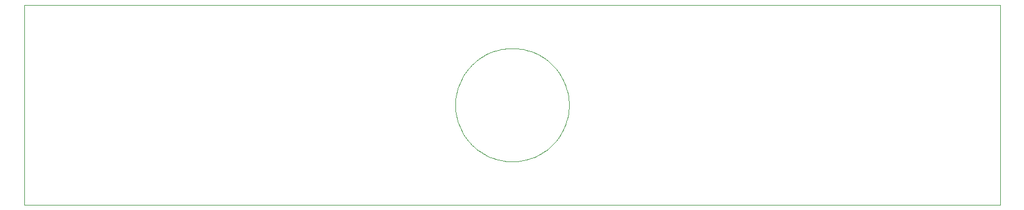
<source format=gko>
G75*
G70*
%OFA0B0*%
%FSLAX24Y24*%
%IPPOS*%
%LPD*%
%AMOC8*
5,1,8,0,0,1.08239X$1,22.5*
%
%ADD10C,0.0000*%
D10*
X000350Y000280D02*
X057830Y000280D01*
X057830Y012091D01*
X000350Y012091D01*
X000350Y000280D01*
X025744Y006186D02*
X025748Y006350D01*
X025760Y006514D01*
X025780Y006677D01*
X025808Y006839D01*
X025844Y006999D01*
X025888Y007157D01*
X025940Y007313D01*
X025999Y007466D01*
X026065Y007617D01*
X026139Y007763D01*
X026220Y007906D01*
X026308Y008045D01*
X026402Y008179D01*
X026504Y008309D01*
X026611Y008433D01*
X026724Y008552D01*
X026843Y008665D01*
X026967Y008772D01*
X027097Y008874D01*
X027231Y008968D01*
X027370Y009056D01*
X027513Y009137D01*
X027659Y009211D01*
X027810Y009277D01*
X027963Y009336D01*
X028119Y009388D01*
X028277Y009432D01*
X028437Y009468D01*
X028599Y009496D01*
X028762Y009516D01*
X028926Y009528D01*
X029090Y009532D01*
X029254Y009528D01*
X029418Y009516D01*
X029581Y009496D01*
X029743Y009468D01*
X029903Y009432D01*
X030061Y009388D01*
X030217Y009336D01*
X030370Y009277D01*
X030521Y009211D01*
X030667Y009137D01*
X030810Y009056D01*
X030949Y008968D01*
X031083Y008874D01*
X031213Y008772D01*
X031337Y008665D01*
X031456Y008552D01*
X031569Y008433D01*
X031676Y008309D01*
X031778Y008179D01*
X031872Y008045D01*
X031960Y007906D01*
X032041Y007763D01*
X032115Y007617D01*
X032181Y007466D01*
X032240Y007313D01*
X032292Y007157D01*
X032336Y006999D01*
X032372Y006839D01*
X032400Y006677D01*
X032420Y006514D01*
X032432Y006350D01*
X032436Y006186D01*
X032432Y006022D01*
X032420Y005858D01*
X032400Y005695D01*
X032372Y005533D01*
X032336Y005373D01*
X032292Y005215D01*
X032240Y005059D01*
X032181Y004906D01*
X032115Y004755D01*
X032041Y004609D01*
X031960Y004466D01*
X031872Y004327D01*
X031778Y004193D01*
X031676Y004063D01*
X031569Y003939D01*
X031456Y003820D01*
X031337Y003707D01*
X031213Y003600D01*
X031083Y003498D01*
X030949Y003404D01*
X030810Y003316D01*
X030667Y003235D01*
X030521Y003161D01*
X030370Y003095D01*
X030217Y003036D01*
X030061Y002984D01*
X029903Y002940D01*
X029743Y002904D01*
X029581Y002876D01*
X029418Y002856D01*
X029254Y002844D01*
X029090Y002840D01*
X028926Y002844D01*
X028762Y002856D01*
X028599Y002876D01*
X028437Y002904D01*
X028277Y002940D01*
X028119Y002984D01*
X027963Y003036D01*
X027810Y003095D01*
X027659Y003161D01*
X027513Y003235D01*
X027370Y003316D01*
X027231Y003404D01*
X027097Y003498D01*
X026967Y003600D01*
X026843Y003707D01*
X026724Y003820D01*
X026611Y003939D01*
X026504Y004063D01*
X026402Y004193D01*
X026308Y004327D01*
X026220Y004466D01*
X026139Y004609D01*
X026065Y004755D01*
X025999Y004906D01*
X025940Y005059D01*
X025888Y005215D01*
X025844Y005373D01*
X025808Y005533D01*
X025780Y005695D01*
X025760Y005858D01*
X025748Y006022D01*
X025744Y006186D01*
M02*

</source>
